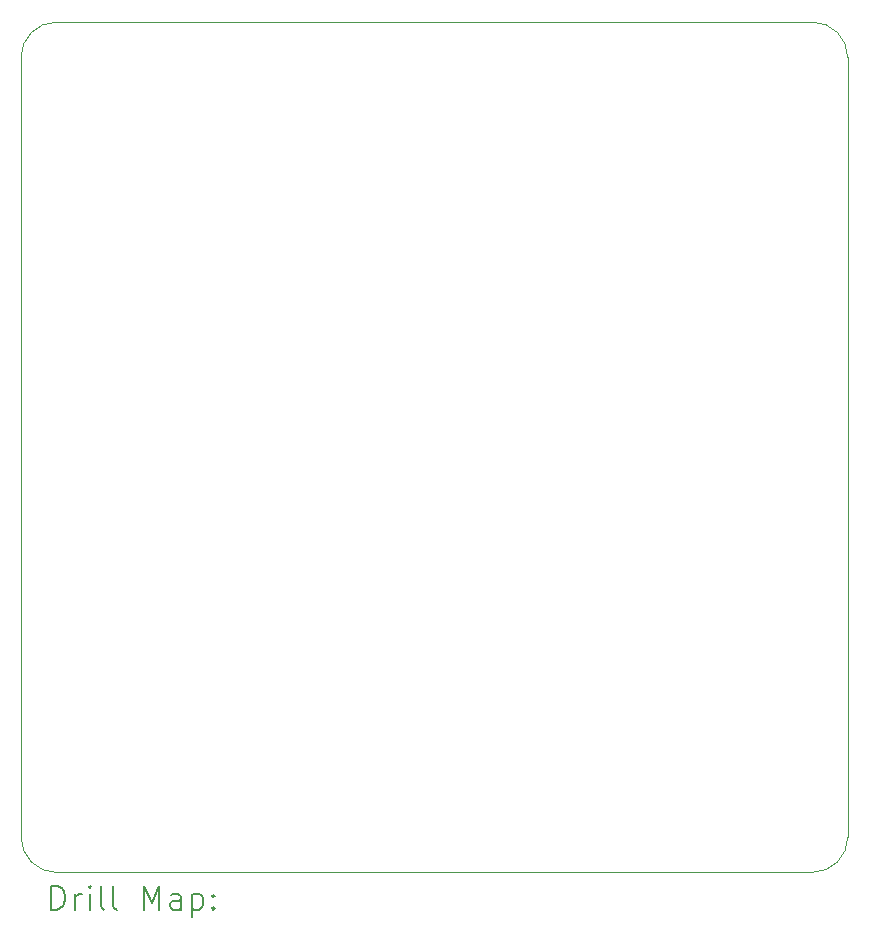
<source format=gbr>
%TF.GenerationSoftware,KiCad,Pcbnew,9.0.1*%
%TF.CreationDate,2025-07-26T23:55:01-07:00*%
%TF.ProjectId,capstone_paul_ngo,63617073-746f-46e6-955f-7061756c5f6e,rev?*%
%TF.SameCoordinates,Original*%
%TF.FileFunction,Drillmap*%
%TF.FilePolarity,Positive*%
%FSLAX45Y45*%
G04 Gerber Fmt 4.5, Leading zero omitted, Abs format (unit mm)*
G04 Created by KiCad (PCBNEW 9.0.1) date 2025-07-26 23:55:01*
%MOMM*%
%LPD*%
G01*
G04 APERTURE LIST*
%ADD10C,0.050000*%
%ADD11C,0.200000*%
G04 APERTURE END LIST*
D10*
X12800000Y-6400000D02*
X12800000Y-13000000D01*
X19500000Y-6100000D02*
X13100000Y-6100000D01*
X13100000Y-13300000D02*
G75*
G02*
X12800000Y-13000000I0J300000D01*
G01*
X13100000Y-13300000D02*
X19500000Y-13300000D01*
X12800000Y-6400000D02*
G75*
G02*
X13100000Y-6100000I300000J0D01*
G01*
X19500000Y-6100000D02*
G75*
G02*
X19800000Y-6400000I0J-300000D01*
G01*
X19800000Y-13000000D02*
X19800000Y-6400000D01*
X19800000Y-13000000D02*
G75*
G02*
X19500000Y-13300000I-300000J0D01*
G01*
D11*
X13058277Y-13613984D02*
X13058277Y-13413984D01*
X13058277Y-13413984D02*
X13105896Y-13413984D01*
X13105896Y-13413984D02*
X13134467Y-13423508D01*
X13134467Y-13423508D02*
X13153515Y-13442555D01*
X13153515Y-13442555D02*
X13163039Y-13461603D01*
X13163039Y-13461603D02*
X13172562Y-13499698D01*
X13172562Y-13499698D02*
X13172562Y-13528269D01*
X13172562Y-13528269D02*
X13163039Y-13566365D01*
X13163039Y-13566365D02*
X13153515Y-13585412D01*
X13153515Y-13585412D02*
X13134467Y-13604460D01*
X13134467Y-13604460D02*
X13105896Y-13613984D01*
X13105896Y-13613984D02*
X13058277Y-13613984D01*
X13258277Y-13613984D02*
X13258277Y-13480650D01*
X13258277Y-13518746D02*
X13267801Y-13499698D01*
X13267801Y-13499698D02*
X13277324Y-13490174D01*
X13277324Y-13490174D02*
X13296372Y-13480650D01*
X13296372Y-13480650D02*
X13315420Y-13480650D01*
X13382086Y-13613984D02*
X13382086Y-13480650D01*
X13382086Y-13413984D02*
X13372562Y-13423508D01*
X13372562Y-13423508D02*
X13382086Y-13433031D01*
X13382086Y-13433031D02*
X13391610Y-13423508D01*
X13391610Y-13423508D02*
X13382086Y-13413984D01*
X13382086Y-13413984D02*
X13382086Y-13433031D01*
X13505896Y-13613984D02*
X13486848Y-13604460D01*
X13486848Y-13604460D02*
X13477324Y-13585412D01*
X13477324Y-13585412D02*
X13477324Y-13413984D01*
X13610658Y-13613984D02*
X13591610Y-13604460D01*
X13591610Y-13604460D02*
X13582086Y-13585412D01*
X13582086Y-13585412D02*
X13582086Y-13413984D01*
X13839229Y-13613984D02*
X13839229Y-13413984D01*
X13839229Y-13413984D02*
X13905896Y-13556841D01*
X13905896Y-13556841D02*
X13972562Y-13413984D01*
X13972562Y-13413984D02*
X13972562Y-13613984D01*
X14153515Y-13613984D02*
X14153515Y-13509222D01*
X14153515Y-13509222D02*
X14143991Y-13490174D01*
X14143991Y-13490174D02*
X14124943Y-13480650D01*
X14124943Y-13480650D02*
X14086848Y-13480650D01*
X14086848Y-13480650D02*
X14067801Y-13490174D01*
X14153515Y-13604460D02*
X14134467Y-13613984D01*
X14134467Y-13613984D02*
X14086848Y-13613984D01*
X14086848Y-13613984D02*
X14067801Y-13604460D01*
X14067801Y-13604460D02*
X14058277Y-13585412D01*
X14058277Y-13585412D02*
X14058277Y-13566365D01*
X14058277Y-13566365D02*
X14067801Y-13547317D01*
X14067801Y-13547317D02*
X14086848Y-13537793D01*
X14086848Y-13537793D02*
X14134467Y-13537793D01*
X14134467Y-13537793D02*
X14153515Y-13528269D01*
X14248753Y-13480650D02*
X14248753Y-13680650D01*
X14248753Y-13490174D02*
X14267801Y-13480650D01*
X14267801Y-13480650D02*
X14305896Y-13480650D01*
X14305896Y-13480650D02*
X14324943Y-13490174D01*
X14324943Y-13490174D02*
X14334467Y-13499698D01*
X14334467Y-13499698D02*
X14343991Y-13518746D01*
X14343991Y-13518746D02*
X14343991Y-13575888D01*
X14343991Y-13575888D02*
X14334467Y-13594936D01*
X14334467Y-13594936D02*
X14324943Y-13604460D01*
X14324943Y-13604460D02*
X14305896Y-13613984D01*
X14305896Y-13613984D02*
X14267801Y-13613984D01*
X14267801Y-13613984D02*
X14248753Y-13604460D01*
X14429705Y-13594936D02*
X14439229Y-13604460D01*
X14439229Y-13604460D02*
X14429705Y-13613984D01*
X14429705Y-13613984D02*
X14420182Y-13604460D01*
X14420182Y-13604460D02*
X14429705Y-13594936D01*
X14429705Y-13594936D02*
X14429705Y-13613984D01*
X14429705Y-13490174D02*
X14439229Y-13499698D01*
X14439229Y-13499698D02*
X14429705Y-13509222D01*
X14429705Y-13509222D02*
X14420182Y-13499698D01*
X14420182Y-13499698D02*
X14429705Y-13490174D01*
X14429705Y-13490174D02*
X14429705Y-13509222D01*
M02*

</source>
